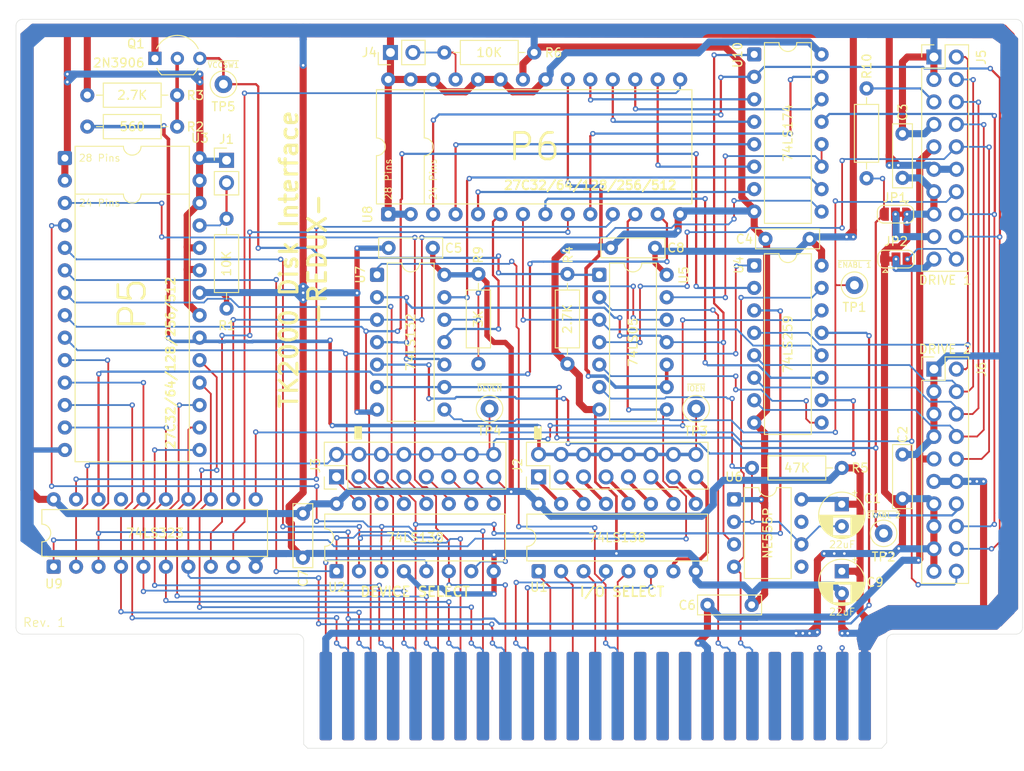
<source format=kicad_pcb>
(kicad_pcb
	(version 20241229)
	(generator "pcbnew")
	(generator_version "9.0")
	(general
		(thickness 1.6)
		(legacy_teardrops no)
	)
	(paper "A4")
	(layers
		(0 "F.Cu" signal)
		(2 "B.Cu" signal)
		(9 "F.Adhes" user "F.Adhesive")
		(11 "B.Adhes" user "B.Adhesive")
		(13 "F.Paste" user)
		(15 "B.Paste" user)
		(5 "F.SilkS" user "F.Silkscreen")
		(7 "B.SilkS" user "B.Silkscreen")
		(1 "F.Mask" user)
		(3 "B.Mask" user)
		(17 "Dwgs.User" user "User.Drawings")
		(19 "Cmts.User" user "User.Comments")
		(21 "Eco1.User" user "User.Eco1")
		(23 "Eco2.User" user "User.Eco2")
		(25 "Edge.Cuts" user)
		(27 "Margin" user)
		(31 "F.CrtYd" user "F.Courtyard")
		(29 "B.CrtYd" user "B.Courtyard")
		(35 "F.Fab" user)
		(33 "B.Fab" user)
		(39 "User.1" user)
		(41 "User.2" user)
		(43 "User.3" user)
		(45 "User.4" user)
	)
	(setup
		(pad_to_mask_clearance 0)
		(allow_soldermask_bridges_in_footprints no)
		(tenting front back)
		(pcbplotparams
			(layerselection 0x00000000_00000000_55555555_5755f5ff)
			(plot_on_all_layers_selection 0x00000000_00000000_00000000_00000000)
			(disableapertmacros no)
			(usegerberextensions no)
			(usegerberattributes yes)
			(usegerberadvancedattributes yes)
			(creategerberjobfile yes)
			(dashed_line_dash_ratio 12.000000)
			(dashed_line_gap_ratio 3.000000)
			(svgprecision 4)
			(plotframeref no)
			(mode 1)
			(useauxorigin no)
			(hpglpennumber 1)
			(hpglpenspeed 20)
			(hpglpendiameter 15.000000)
			(pdf_front_fp_property_popups yes)
			(pdf_back_fp_property_popups yes)
			(pdf_metadata yes)
			(pdf_single_document no)
			(dxfpolygonmode yes)
			(dxfimperialunits yes)
			(dxfusepcbnewfont yes)
			(psnegative no)
			(psa4output no)
			(plot_black_and_white yes)
			(sketchpadsonfab no)
			(plotpadnumbers no)
			(hidednponfab no)
			(sketchdnponfab yes)
			(crossoutdnponfab yes)
			(subtractmaskfromsilk no)
			(outputformat 1)
			(mirror no)
			(drillshape 0)
			(scaleselection 1)
			(outputdirectory "gerbers/")
		)
	)
	(net 0 "")
	(net 1 "-12V")
	(net 2 "GND")
	(net 3 "+5V")
	(net 4 "Net-(U6-THR)")
	(net 5 "+12V")
	(net 6 "Net-(J1-Pin_2)")
	(net 7 "~{IOSEL}")
	(net 8 "Net-(J2-Pin_5)")
	(net 9 "Net-(J2-Pin_7)")
	(net 10 "/VCC_SWITCHED_1")
	(net 11 "Net-(J2-Pin_15)")
	(net 12 "Net-(J2-Pin_3)")
	(net 13 "Net-(J2-Pin_9)")
	(net 14 "Net-(J2-Pin_11)")
	(net 15 "Net-(J2-Pin_13)")
	(net 16 "Net-(J2-Pin_1)")
	(net 17 "Net-(J3-Pin_11)")
	(net 18 "Net-(J3-Pin_5)")
	(net 19 "Net-(J3-Pin_7)")
	(net 20 "Net-(J3-Pin_9)")
	(net 21 "Net-(J3-Pin_1)")
	(net 22 "Net-(J3-Pin_13)")
	(net 23 "Net-(J3-Pin_15)")
	(net 24 "Net-(J3-Pin_3)")
	(net 25 "Net-(J4-Pin_2)")
	(net 26 "/PH1")
	(net 27 "/PH0")
	(net 28 "/WR DATA")
	(net 29 "/W PROT")
	(net 30 "/RD DATA")
	(net 31 "/PH2")
	(net 32 "/PH3")
	(net 33 "Net-(J5-Pin_17)")
	(net 34 "/WR REQ")
	(net 35 "Net-(J5-Pin_19)")
	(net 36 "/~{ENBL 1}")
	(net 37 "Net-(J5-Pin_5)")
	(net 38 "/~{ENBL 2}")
	(net 39 "A12")
	(net 40 "D0")
	(net 41 "A10")
	(net 42 "A3")
	(net 43 "A14")
	(net 44 "D3")
	(net 45 "unconnected-(P1-Pin_40-Pad40)")
	(net 46 "2M")
	(net 47 "~{RESET}")
	(net 48 "unconnected-(P1-Pin_30-Pad30)")
	(net 49 "A4")
	(net 50 "~{EXTC}")
	(net 51 "unconnected-(P1-Pin_18-Pad18)")
	(net 52 "unconnected-(P1-Pin_38-Pad38)")
	(net 53 "D1")
	(net 54 "unconnected-(P1-Pin_29-Pad29)")
	(net 55 "A0")
	(net 56 "A15")
	(net 57 "D6")
	(net 58 "unconnected-(P1-Pin_36-Pad36)")
	(net 59 "A5")
	(net 60 "unconnected-(P1-Pin_22-Pad22)")
	(net 61 "~{EXTE}")
	(net 62 "Net-(P1-Pin_24)")
	(net 63 "~{EXT8}")
	(net 64 "unconnected-(P1-Pin_34-Pad34)")
	(net 65 "A8")
	(net 66 "D2")
	(net 67 "A2")
	(net 68 "D7")
	(net 69 "A7")
	(net 70 "Net-(P1-Pin_23)")
	(net 71 "A6")
	(net 72 "unconnected-(P1-Pin_21-Pad21)")
	(net 73 "~{EXT_MEM}")
	(net 74 "D4")
	(net 75 "D5")
	(net 76 "A9")
	(net 77 "A13")
	(net 78 "A11")
	(net 79 "unconnected-(P1-Pin_39-Pad39)")
	(net 80 "~{EXT6}")
	(net 81 "A1")
	(net 82 "Net-(Q1-B)")
	(net 83 "Net-(U8-~{CE})")
	(net 84 "Net-(R9-Pad2)")
	(net 85 "Net-(U4-Q6)")
	(net 86 "Net-(U4-Q5)")
	(net 87 "Net-(U4-Q7)")
	(net 88 "Net-(U4-Q4)")
	(net 89 "Net-(U10-D3)")
	(net 90 "Net-(U8-D1)")
	(net 91 "Net-(U10-~{Mr})")
	(net 92 "Net-(U8-A4)")
	(net 93 "Net-(U10-Q3)")
	(net 94 "Net-(U10-Cp)")
	(net 95 "Net-(U8-D3)")
	(net 96 "Net-(U10-Q5)")
	(net 97 "Net-(U10-Q2)")
	(net 98 "Net-(U8-A1)")
	(net 99 "Net-(U10-D2)")
	(net 100 "Net-(U8-D0)")
	(net 101 "Net-(U10-Q1)")
	(net 102 "unconnected-(U6-DIS-Pad7)")
	(net 103 "Net-(U10-D0)")
	(net 104 "unconnected-(U6-CV-Pad5)")
	(net 105 "Net-(U10-D5)")
	(net 106 "Net-(U8-D2)")
	(net 107 "Net-(U10-D1)")
	(net 108 "unconnected-(U9-Q7-Pad17)")
	(net 109 "/~{IOEN}")
	(net 110 "/~{DEVEN}")
	(footprint "Connector_PinHeader_2.54mm:PinHeader_1x02_P2.54mm_Vertical" (layer "F.Cu") (at 69.565185 66.517185))
	(footprint "TestPoint:TestPoint_Loop_D1.80mm_Drill1.0mm_Beaded" (layer "F.Cu") (at 122.682 94.615))
	(footprint "Capacitor_THT:C_Rect_L7.0mm_W2.0mm_P5.00mm" (layer "F.Cu") (at 118.034185 76.423185 180))
	(footprint "Resistor_THT:R_Axial_DIN0207_L6.3mm_D2.5mm_P10.16mm_Horizontal" (layer "F.Cu") (at 94.203185 54.325185))
	(footprint "Connector_PinHeader_2.54mm:PinHeader_1x02_P2.54mm_Vertical" (layer "F.Cu") (at 88.107185 54.325185 90))
	(footprint "Capacitor_THT:CP_Radial_D5.0mm_P2.50mm" (layer "F.Cu") (at 139.161185 112.999185 -90))
	(footprint "Capacitor_THT:C_Rect_L7.0mm_W2.0mm_P5.00mm" (layer "F.Cu") (at 146.019185 104.791185 90))
	(footprint "TestPoint:TestPoint_Loop_D1.80mm_Drill1.0mm_Beaded" (layer "F.Cu") (at 99.314 94.615))
	(footprint "Package_DIP:DIP-16_W7.62mm" (layer "F.Cu") (at 129.250185 54.539185))
	(footprint "Package_DIP:DIP-16_W7.62mm" (layer "F.Cu") (at 82.006185 112.994185 90))
	(footprint "Package_TO_SOT_THT:TO-92_Inline_Wide" (layer "F.Cu") (at 61.468 54.991))
	(footprint "Resistor_THT:R_Axial_DIN0207_L6.3mm_D2.5mm_P10.16mm_Horizontal" (layer "F.Cu") (at 141.955185 68.549185 90))
	(footprint "Capacitor_THT:CP_Radial_D5.0mm_P2.50mm" (layer "F.Cu") (at 139.156185 105.419185 -90))
	(footprint "Resistor_THT:R_Axial_DIN0207_L6.3mm_D2.5mm_P10.16mm_Horizontal" (layer "F.Cu") (at 53.817185 59.151185))
	(footprint "Package_DIP:DIP-16_W7.62mm" (layer "F.Cu") (at 104.866185 112.999185 90))
	(footprint "TK2000:DIP-28-24_W15.24mm" (layer "F.Cu") (at 87.853185 72.613185 90))
	(footprint "Package_DIP:DIP-14_W7.62mm" (layer "F.Cu") (at 111.729185 79.471185))
	(footprint "Resistor_THT:R_Axial_DIN0207_L6.3mm_D2.5mm_P10.16mm_Horizontal" (layer "F.Cu") (at 69.565185 73.121185 -90))
	(footprint "TestPoint:TestPoint_Loop_D1.80mm_Drill1.0mm_Beaded" (layer "F.Cu") (at 140.589 80.645))
	(footprint "Capacitor_THT:C_Rect_L7.0mm_W2.0mm_P5.00mm" (layer "F.Cu") (at 146.019185 68.509185 90))
	(footprint "Jumper:SolderJumper-3_P1.3mm_Bridged12_RoundedPad1.0x1.5mm" (layer "F.Cu") (at 145.287185 77.693185))
	(footprint "Resistor_THT:R_Axial_DIN0207_L6.3mm_D2.5mm_P10.16mm_Horizontal" (layer "F.Cu") (at 98.053185 79.382185 -90))
	(footprint "TK2000:DIP-28-24_W15.24mm" (layer "F.Cu") (at 51.277185 66.263185))
	(footprint "Capacitor_THT:C_Rect_L7.0mm_W2.0mm_P5.00mm" (layer "F.Cu") (at 135.525185 75.407185 180))
	(footprint "Capacitor_THT:C_Rect_L7.0mm_W2.0mm_P5.00mm" (layer "F.Cu") (at 78.201185 106.475185 -90))
	(footprint "Capacitor_THT:C_Rect_L7.0mm_W2.0mm_P5.00mm" (layer "F.Cu") (at 92.893185 76.428185 180))
	(footprint "Package_DIP:DIP-14_W7.62mm" (layer "F.Cu") (at 86.588185 79.471185))
	(footprint "Resistor_THT:R_Axial_DIN0207_L6.3mm_D2.5mm_P10.16mm_Horizontal"
		(layer "F.Cu")
		(uuid "a3fd79da-f5d5-4ae4-9621-898f304ff506")
		(at 128.996185 101.315185)
		(descr "Resistor, Axial_DIN0207 series, Axial, Horizontal, pin pitch=10.16mm, 0.25W = 1/4W, length*diameter=6.3*2.5mm^2, http://cdn-reichelt.de/documents/datenblatt/B400/1_4W%23YAG.pdf")
		(tags "Resistor Axial_DIN0207 series Axial Horizontal pin pitch 10.16mm 0.25W = 1/4W length 6.3mm diameter 2.5mm")
		(property "Reference" "R5"
			(at 12.227815 0 180)
			(layer "F.SilkS")
			(uuid "9c6b700b-b56f-454a-af08-cbb92ee0419a")
			(effects
				(font
					(size 1 1)
					(thickness 0.15)
				)
			)
		)
		(property "Value" "47K"
			(at 5.08 0 0)
			(layer "F.SilkS")
			(uuid "59038263-5bfc-4502-9e63-17686569948d")
			(effects
				(font
					(size 1 1)
					(thickness 0.15)
				)
			)
		)
		(property "Datasheet" ""
			(at 0 0 0)
			(unlocked yes)
			(layer "F.Fab")
			(hide yes)
			(uuid "451e5c88-4e24-4863-a615-27044dbe0c7a")
			(effects
				(font
					(size 1.27 1.27)
					(thickness 0.15)
				)
			)
		)
		(property "Description" "Resistor, small symbol"
			(at 0 0 0)
			(unlocked yes)
			(layer "F.Fab")
			(hide yes)
			(uuid "ff008a55-37e8-44c0-bf53-7e7561ef5750")
			(effects
				(font
					(size 1.27 1.27)
					(thickness 0.15)
				)
			)
		)
		(property ki_fp_filters "R_*")
		(path "/0a9e3eae-f6aa-4726-95a0-baa5697c9c68")
		(sheetname "/")
		(sheetfile "TK2000_DiskInterface_REDUX.kicad_sch")
		(attr through_hole)
		(fp_line
			(start 1.04 0)
			(end 1.81 0)
			(stroke
				(width 0.12)
				(type solid)
			)
			(layer "F.SilkS")
			(uuid "6dd95e0b-b40a-485f-952c-4109b785672c")
		)
		(fp_line
			(start 1.81 -1.37)
			(end 1.81 1.37)
			(stroke
				(width 0.12)
				(type sol
... [355012 chars truncated]
</source>
